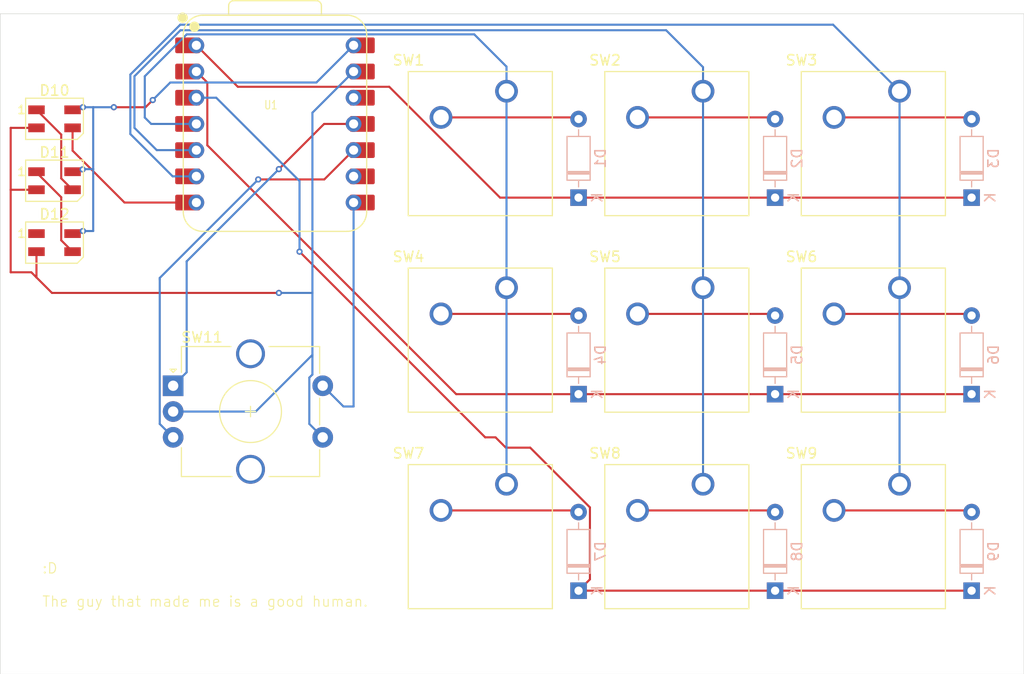
<source format=kicad_pcb>
(kicad_pcb (version 20241229) (generator "pcbnew") (generator_version "9.0")
  (layers (0 "F.Cu" signal) (2 "B.Cu" signal) (13 "F.Paste" user) (15 "B.Paste" user) (5 "F.SilkS" user "F.Silkscreen") (7 "B.SilkS" user "B.Silkscreen") (1 "F.Mask" user) (3 "B.Mask" user) (25 "Edge.Cuts" user))
  (net 0 "")
  (net 1 "Row1")
  (net 2 "Net-(D1-A)")
  (net 3 "Net-(D2-A)")
  (net 4 "Net-(D3-A)")
  (net 5 "Row2")
  (net 6 "Net-(D4-A)")
  (net 7 "Net-(D5-A)")
  (net 8 "Net-(D6-A)")
  (net 9 "Net-(D7-A)")
  (net 10 "Row3")
  (net 11 "Net-(D8-A)")
  (net 12 "Net-(D9-A)")
  (net 13 "Net-(D10-DIN)")
  (net 14 "Net-(D10-DOUT)")
  (net 15 "Col1")
  (net 16 "Col2")
  (net 17 "Col3")
  (net 18 "Net-(U1-GPIO3{slash}MOSI)")
  (net 20 "GND")
  (net 21 "Net-(U1-GPIO4{slash}MISO)")
  (net 22 "Net-(U1-GPIO1{slash}RX)")
  (net 23 "+5V")
  (net 25 "Net-(D11-DOUT)")
  (footprint "3dModels:LED_SK6812MINI_PLCC4_3.5x3.5mm_P1.75mm" (layer "F.Cu") (at 58.475 79.45)
    (property "Reference" "D12" (at 0 -2.75 0) (layer "F.SilkS"))
    (property "Value" "SK6812MINI")
    (fp_line (start -2.8 -2) (end -2.8 2) (stroke (width 0.12)) (layer "F.SilkS"))
    (fp_line (start -2.8 -2) (end 2.8 -2) (stroke (width 0.12)) (layer "F.SilkS"))
    (fp_line (start -2.8 2) (end 2.2 2) (stroke (width 0.12)) (layer "F.SilkS"))
    (fp_line (start 2.8 1.4) (end 2.2 2) (stroke (width 0.12)) (layer "F.SilkS"))
    (fp_line (start 2.8 1.4) (end 2.8 -2) (stroke (width 0.12)) (layer "F.SilkS"))
    (fp_text user "1" (at -3.2 -0.875 0) (layer "F.SilkS") (effects (font (size 0.8 0.8))))
    (pad "1" smd rect (at -1.75 -0.875) (size 1.6 0.85) (layers "F.Cu" "F.Mask" "F.Paste"))
    (pad "2" smd rect (at -1.75 0.875) (size 1.6 0.85) (layers "F.Cu" "F.Mask" "F.Paste") (net 20 "GND"))
    (pad "3" smd rect (at 1.75 0.875) (size 1.6 0.85) (layers "F.Cu" "F.Mask" "F.Paste") (net 25 "Net-(D11-DOUT)"))
    (pad "4" smd rect (at 1.75 -0.875) (size 1.6 0.85) (layers "F.Cu" "F.Mask" "F.Paste") (net 23 "+5V"))
  )
  (footprint "3dModels:SW_Cherry_MX_1.00u_PCB" (layer "F.Cu") (at 140.39 64.77)
    (property "Reference" "SW3" (at -9.5 -3 0) (layer "F.SilkS"))
    (property "Value" "SW_Push_45deg")
    (fp_line (start -9.525 -1.905) (end 4.445 -1.905) (stroke (width 0.12)) (layer "F.SilkS"))
    (fp_line (start -9.525 12.065) (end -9.525 -1.905) (stroke (width 0.12)) (layer "F.SilkS"))
    (fp_line (start 4.445 -1.905) (end 4.445 12.065) (stroke (width 0.12)) (layer "F.SilkS"))
    (fp_line (start 4.445 12.065) (end -9.525 12.065) (stroke (width 0.12)) (layer "F.SilkS"))
    (pad "" np_thru_hole circle (at -7.62 5.08) (size 1.7 1.7) (drill 1.7) (layers "*.Cu" "*.Mask"))
    (pad "" np_thru_hole circle (at -2.54 5.08) (size 4 4) (drill 4) (layers "*.Cu" "*.Mask"))
    (pad "" np_thru_hole circle (at 2.54 5.08) (size 1.7 1.7) (drill 1.7) (layers "*.Cu" "*.Mask"))
    (pad "1" thru_hole circle (at 0 0) (size 2.2 2.2) (drill 1.5) (layers "*.Cu" "*.Mask") (net 17 "Col3"))
    (pad "2" thru_hole circle (at -6.35 2.54) (size 2.2 2.2) (drill 1.5) (layers "*.Cu" "*.Mask") (net 4 "Net-(D3-A)"))
  )
  (footprint "3dModels:SW_Cherry_MX_1.00u_PCB" (layer "F.Cu") (at 140.39 83.82)
    (property "Reference" "SW6" (at -9.5 -3 0) (layer "F.SilkS"))
    (property "Value" "SW_Push_45deg")
    (fp_line (start -9.525 -1.905) (end 4.445 -1.905) (stroke (width 0.12)) (layer "F.SilkS"))
    (fp_line (start -9.525 12.065) (end -9.525 -1.905) (stroke (width 0.12)) (layer "F.SilkS"))
    (fp_line (start 4.445 -1.905) (end 4.445 12.065) (stroke (width 0.12)) (layer "F.SilkS"))
    (fp_line (start 4.445 12.065) (end -9.525 12.065) (stroke (width 0.12)) (layer "F.SilkS"))
    (pad "" np_thru_hole circle (at -7.62 5.08) (size 1.7 1.7) (drill 1.7) (layers "*.Cu" "*.Mask"))
    (pad "" np_thru_hole circle (at -2.54 5.08) (size 4 4) (drill 4) (layers "*.Cu" "*.Mask"))
    (pad "" np_thru_hole circle (at 2.54 5.08) (size 1.7 1.7) (drill 1.7) (layers "*.Cu" "*.Mask"))
    (pad "1" thru_hole circle (at 0 0) (size 2.2 2.2) (drill 1.5) (layers "*.Cu" "*.Mask") (net 17 "Col3"))
    (pad "2" thru_hole circle (at -6.35 2.54) (size 2.2 2.2) (drill 1.5) (layers "*.Cu" "*.Mask") (net 8 "Net-(D6-A)"))
  )
  (footprint "3dModels:SW_Cherry_MX_1.00u_PCB" (layer "F.Cu") (at 102.29 64.77)
    (property "Reference" "SW1" (at -9.5 -3 0) (layer "F.SilkS"))
    (property "Value" "SW_Push_45deg")
    (fp_line (start -9.525 -1.905) (end 4.445 -1.905) (stroke (width 0.12)) (layer "F.SilkS"))
    (fp_line (start -9.525 12.065) (end -9.525 -1.905) (stroke (width 0.12)) (layer "F.SilkS"))
    (fp_line (start 4.445 -1.905) (end 4.445 12.065) (stroke (width 0.12)) (layer "F.SilkS"))
    (fp_line (start 4.445 12.065) (end -9.525 12.065) (stroke (width 0.12)) (layer "F.SilkS"))
    (pad "" np_thru_hole circle (at -7.62 5.08) (size 1.7 1.7) (drill 1.7) (layers "*.Cu" "*.Mask"))
    (pad "" np_thru_hole circle (at -2.54 5.08) (size 4 4) (drill 4) (layers "*.Cu" "*.Mask"))
    (pad "" np_thru_hole circle (at 2.54 5.08) (size 1.7 1.7) (drill 1.7) (layers "*.Cu" "*.Mask"))
    (pad "1" thru_hole circle (at 0 0) (size 2.2 2.2) (drill 1.5) (layers "*.Cu" "*.Mask") (net 15 "Col1"))
    (pad "2" thru_hole circle (at -6.35 2.54) (size 2.2 2.2) (drill 1.5) (layers "*.Cu" "*.Mask") (net 2 "Net-(D1-A)"))
  )
  (footprint "3dModels:SW_Cherry_MX_1.00u_PCB" (layer "F.Cu") (at 102.29 83.82)
    (property "Reference" "SW4" (at -9.5 -3 0) (layer "F.SilkS"))
    (property "Value" "SW_Push_45deg")
    (fp_line (start -9.525 -1.905) (end 4.445 -1.905) (stroke (width 0.12)) (layer "F.SilkS"))
    (fp_line (start -9.525 12.065) (end -9.525 -1.905) (stroke (width 0.12)) (layer "F.SilkS"))
    (fp_line (start 4.445 -1.905) (end 4.445 12.065) (stroke (width 0.12)) (layer "F.SilkS"))
    (fp_line (start 4.445 12.065) (end -9.525 12.065) (stroke (width 0.12)) (layer "F.SilkS"))
    (pad "" np_thru_hole circle (at -7.62 5.08) (size 1.7 1.7) (drill 1.7) (layers "*.Cu" "*.Mask"))
    (pad "" np_thru_hole circle (at -2.54 5.08) (size 4 4) (drill 4) (layers "*.Cu" "*.Mask"))
    (pad "" np_thru_hole circle (at 2.54 5.08) (size 1.7 1.7) (drill 1.7) (layers "*.Cu" "*.Mask"))
    (pad "1" thru_hole circle (at 0 0) (size 2.2 2.2) (drill 1.5) (layers "*.Cu" "*.Mask") (net 15 "Col1"))
    (pad "2" thru_hole circle (at -6.35 2.54) (size 2.2 2.2) (drill 1.5) (layers "*.Cu" "*.Mask") (net 6 "Net-(D4-A)"))
  )
  (footprint "3dModels:SW_Cherry_MX_1.00u_PCB" (layer "F.Cu") (at 121.34 83.82)
    (property "Reference" "SW5" (at -9.5 -3 0) (layer "F.SilkS"))
    (property "Value" "SW_Push_45deg")
    (fp_line (start -9.525 -1.905) (end 4.445 -1.905) (stroke (width 0.12)) (layer "F.SilkS"))
    (fp_line (start -9.525 12.065) (end -9.525 -1.905) (stroke (width 0.12)) (layer "F.SilkS"))
    (fp_line (start 4.445 -1.905) (end 4.445 12.065) (stroke (width 0.12)) (layer "F.SilkS"))
    (fp_line (start 4.445 12.065) (end -9.525 12.065) (stroke (width 0.12)) (layer "F.SilkS"))
    (pad "" np_thru_hole circle (at -7.62 5.08) (size 1.7 1.7) (drill 1.7) (layers "*.Cu" "*.Mask"))
    (pad "" np_thru_hole circle (at -2.54 5.08) (size 4 4) (drill 4) (layers "*.Cu" "*.Mask"))
    (pad "" np_thru_hole circle (at 2.54 5.08) (size 1.7 1.7) (drill 1.7) (layers "*.Cu" "*.Mask"))
    (pad "1" thru_hole circle (at 0 0) (size 2.2 2.2) (drill 1.5) (layers "*.Cu" "*.Mask") (net 16 "Col2"))
    (pad "2" thru_hole circle (at -6.35 2.54) (size 2.2 2.2) (drill 1.5) (layers "*.Cu" "*.Mask") (net 7 "Net-(D5-A)"))
  )
  (footprint "3dModels:SW_Cherry_MX_1.00u_PCB" (layer "F.Cu") (at 121.34 64.77)
    (property "Reference" "SW2" (at -9.5 -3 0) (layer "F.SilkS"))
    (property "Value" "SW_Push_45deg")
    (fp_line (start -9.525 -1.905) (end 4.445 -1.905) (stroke (width 0.12)) (layer "F.SilkS"))
    (fp_line (start -9.525 12.065) (end -9.525 -1.905) (stroke (width 0.12)) (layer "F.SilkS"))
    (fp_line (start 4.445 -1.905) (end 4.445 12.065) (stroke (width 0.12)) (layer "F.SilkS"))
    (fp_line (start 4.445 12.065) (end -9.525 12.065) (stroke (width 0.12)) (layer "F.SilkS"))
    (pad "" np_thru_hole circle (at -7.62 5.08) (size 1.7 1.7) (drill 1.7) (layers "*.Cu" "*.Mask"))
    (pad "" np_thru_hole circle (at -2.54 5.08) (size 4 4) (drill 4) (layers "*.Cu" "*.Mask"))
    (pad "" np_thru_hole circle (at 2.54 5.08) (size 1.7 1.7) (drill 1.7) (layers "*.Cu" "*.Mask"))
    (pad "1" thru_hole circle (at 0 0) (size 2.2 2.2) (drill 1.5) (layers "*.Cu" "*.Mask") (net 16 "Col2"))
    (pad "2" thru_hole circle (at -6.35 2.54) (size 2.2 2.2) (drill 1.5) (layers "*.Cu" "*.Mask") (net 3 "Net-(D2-A)"))
  )
  (footprint "3dModels:RotaryEncoder_Alps_EC12E-Switch_Vertical_H20mm_CircularMountingHoles" (layer "F.Cu") (at 69.975 93.325)
    (property "Reference" "SW11" (at 2.8 -4.7 0) (layer "F.SilkS"))
    (property "Value" "RotaryEncoder_Switch")
    (fp_line (start -0.3 -1.6) (end 0.3 -1.6) (stroke (width 0.12)) (layer "F.SilkS"))
    (fp_line (start 0 -1.3) (end -0.3 -1.6) (stroke (width 0.12)) (layer "F.SilkS"))
    (fp_line (start 0.3 -1.6) (end 0 -1.3) (stroke (width 0.12)) (layer "F.SilkS"))
    (fp_line (start 0.8 -3.8) (end 0.8 -1.3) (stroke (width 0.12)) (layer "F.SilkS"))
    (fp_line (start 0.8 8.8) (end 0.8 6) (stroke (width 0.12)) (layer "F.SilkS"))
    (fp_line (start 5.6 -3.8) (end 0.8 -3.8) (stroke (width 0.12)) (layer "F.SilkS"))
    (fp_line (start 5.7 8.8) (end 0.8 8.8) (stroke (width 0.12)) (layer "F.SilkS"))
    (fp_line (start 7 2.5) (end 8 2.5) (stroke (width 0.12)) (layer "F.SilkS"))
    (fp_line (start 7.5 2) (end 7.5 3) (stroke (width 0.12)) (layer "F.SilkS"))
    (fp_line (start 9.3 -3.8) (end 14.2 -3.8) (stroke (width 0.12)) (layer "F.SilkS"))
    (fp_line (start 14.2 -3.8) (end 14.2 -1.2) (stroke (width 0.12)) (layer "F.SilkS"))
    (fp_line (start 14.2 1.2) (end 14.2 3.8) (stroke (width 0.12)) (layer "F.SilkS"))
    (fp_line (start 14.2 6.2) (end 14.2 8.8) (stroke (width 0.12)) (layer "F.SilkS"))
    (fp_line (start 14.2 8.8) (end 9.3 8.8) (stroke (width 0.12)) (layer "F.SilkS"))
    (fp_circle (center 7.5 2.5) (end 10.5 2.5) (stroke (width 0.12)) (fill no) (layer "F.SilkS"))
    (pad "A" thru_hole rect (at 0 0) (size 2 2) (drill 1) (layers "*.Cu" "*.Mask") (net 18 "Net-(U1-GPIO3{slash}MOSI)"))
    (pad "B" thru_hole circle (at 0 5) (size 2 2) (drill 1) (layers "*.Cu" "*.Mask") (net 21 "Net-(U1-GPIO4{slash}MISO)"))
    (pad "C" thru_hole circle (at 0 2.5) (size 2 2) (drill 1) (layers "*.Cu" "*.Mask") (net 20 "GND"))
    (pad "MP" thru_hole circle (at 7.5 -3.1) (size 2.8 2.8) (drill 2.2) (layers "*.Cu" "*.Mask"))
    (pad "MP" thru_hole circle (at 7.5 8.1) (size 2.8 2.8) (drill 2.2) (layers "*.Cu" "*.Mask"))
    (pad "S1" thru_hole circle (at 14.5 0) (size 2 2) (drill 1) (layers "*.Cu" "*.Mask") (net 22 "Net-(U1-GPIO1{slash}RX)"))
    (pad "S2" thru_hole circle (at 14.5 5) (size 2 2) (drill 1) (layers "*.Cu" "*.Mask") (net 20 "GND"))
  )
  (footprint "3dModels:SW_Cherry_MX_1.00u_PCB" (layer "F.Cu") (at 140.39 102.87)
    (property "Reference" "SW9" (at -9.5 -3 0) (layer "F.SilkS"))
    (property "Value" "SW_Push_45deg")
    (fp_line (start -9.525 -1.905) (end 4.445 -1.905) (stroke (width 0.12)) (layer "F.SilkS"))
    (fp_line (start -9.525 12.065) (end -9.525 -1.905) (stroke (width 0.12)) (layer "F.SilkS"))
    (fp_line (start 4.445 -1.905) (end 4.445 12.065) (stroke (width 0.12)) (layer "F.SilkS"))
    (fp_line (start 4.445 12.065) (end -9.525 12.065) (stroke (width 0.12)) (layer "F.SilkS"))
    (pad "" np_thru_hole circle (at -7.62 5.08) (size 1.7 1.7) (drill 1.7) (layers "*.Cu" "*.Mask"))
    (pad "" np_thru_hole circle (at -2.54 5.08) (size 4 4) (drill 4) (layers "*.Cu" "*.Mask"))
    (pad "" np_thru_hole circle (at 2.54 5.08) (size 1.7 1.7) (drill 1.7) (layers "*.Cu" "*.Mask"))
    (pad "1" thru_hole circle (at 0 0) (size 2.2 2.2) (drill 1.5) (layers "*.Cu" "*.Mask") (net 17 "Col3"))
    (pad "2" thru_hole circle (at -6.35 2.54) (size 2.2 2.2) (drill 1.5) (layers "*.Cu" "*.Mask") (net 12 "Net-(D9-A)"))
  )
  (footprint "3dModels:SW_Cherry_MX_1.00u_PCB" (layer "F.Cu") (at 102.29 102.87)
    (property "Reference" "SW7" (at -9.5 -3 0) (layer "F.SilkS"))
    (property "Value" "SW_Push_45deg")
    (fp_line (start -9.525 -1.905) (end 4.445 -1.905) (stroke (width 0.12)) (layer "F.SilkS"))
    (fp_line (start -9.525 12.065) (end -9.525 -1.905) (stroke (width 0.12)) (layer "F.SilkS"))
    (fp_line (start 4.445 -1.905) (end 4.445 12.065) (stroke (width 0.12)) (layer "F.SilkS"))
    (fp_line (start 4.445 12.065) (end -9.525 12.065) (stroke (width 0.12)) (layer "F.SilkS"))
    (pad "" np_thru_hole circle (at -7.62 5.08) (size 1.7 1.7) (drill 1.7) (layers "*.Cu" "*.Mask"))
    (pad "" np_thru_hole circle (at -2.54 5.08) (size 4 4) (drill 4) (layers "*.Cu" "*.Mask"))
    (pad "" np_thru_hole circle (at 2.54 5.08) (size 1.7 1.7) (drill 1.7) (layers "*.Cu" "*.Mask"))
    (pad "1" thru_hole circle (at 0 0) (size 2.2 2.2) (drill 1.5) (layers "*.Cu" "*.Mask") (net 15 "Col1"))
    (pad "2" thru_hole circle (at -6.35 2.54) (size 2.2 2.2) (drill 1.5) (layers "*.Cu" "*.Mask") (net 9 "Net-(D7-A)"))
  )
  (footprint "3dModels:LED_SK6812MINI_PLCC4_3.5x3.5mm_P1.75mm" (layer "F.Cu") (at 58.475 73.45)
    (property "Reference" "D11" (at 0 -2.75 0) (layer "F.SilkS"))
    (property "Value" "SK6812MINI")
    (fp_line (start -2.8 -2) (end -2.8 2) (stroke (width 0.12)) (layer "F.SilkS"))
    (fp_line (start -2.8 -2) (end 2.8 -2) (stroke (width 0.12)) (layer "F.SilkS"))
    (fp_line (start -2.8 2) (end 2.2 2) (stroke (width 0.12)) (layer "F.SilkS"))
    (fp_line (start 2.8 1.4) (end 2.2 2) (stroke (width 0.12)) (layer "F.SilkS"))
    (fp_line (start 2.8 1.4) (end 2.8 -2) (stroke (width 0.12)) (layer "F.SilkS"))
    (fp_text user "1" (at -3.2 -0.875 0) (layer "F.SilkS") (effects (font (size 0.8 0.8))))
    (pad "1" smd rect (at -1.75 -0.875) (size 1.6 0.85) (layers "F.Cu" "F.Mask" "F.Paste") (net 25 "Net-(D11-DOUT)"))
    (pad "2" smd rect (at -1.75 0.875) (size 1.6 0.85) (layers "F.Cu" "F.Mask" "F.Paste") (net 20 "GND"))
    (pad "3" smd rect (at 1.75 0.875) (size 1.6 0.85) (layers "F.Cu" "F.Mask" "F.Paste") (net 14 "Net-(D10-DOUT)"))
    (pad "4" smd rect (at 1.75 -0.875) (size 1.6 0.85) (layers "F.Cu" "F.Mask" "F.Paste") (net 23 "+5V"))
  )
  (footprint "3dModels:SW_Cherry_MX_1.00u_PCB" (layer "F.Cu") (at 121.34 102.87)
    (property "Reference" "SW8" (at -9.5 -3 0) (layer "F.SilkS"))
    (property "Value" "SW_Push_45deg")
    (fp_line (start -9.525 -1.905) (end 4.445 -1.905) (stroke (width 0.12)) (layer "F.SilkS"))
    (fp_line (start -9.525 12.065) (end -9.525 -1.905) (stroke (width 0.12)) (layer "F.SilkS"))
    (fp_line (start 4.445 -1.905) (end 4.445 12.065) (stroke (width 0.12)) (layer "F.SilkS"))
    (fp_line (start 4.445 12.065) (end -9.525 12.065) (stroke (width 0.12)) (layer "F.SilkS"))
    (pad "" np_thru_hole circle (at -7.62 5.08) (size 1.7 1.7) (drill 1.7) (layers "*.Cu" "*.Mask"))
    (pad "" np_thru_hole circle (at -2.54 5.08) (size 4 4) (drill 4) (layers "*.Cu" "*.Mask"))
    (pad "" np_thru_hole circle (at 2.54 5.08) (size 1.7 1.7) (drill 1.7) (layers "*.Cu" "*.Mask"))
    (pad "1" thru_hole circle (at 0 0) (size 2.2 2.2) (drill 1.5) (layers "*.Cu" "*.Mask") (net 16 "Col2"))
    (pad "2" thru_hole circle (at -6.35 2.54) (size 2.2 2.2) (drill 1.5) (layers "*.Cu" "*.Mask") (net 11 "Net-(D8-A)"))
  )
  (footprint "3dModels:LED_SK6812MINI_PLCC4_3.5x3.5mm_P1.75mm" (layer "F.Cu") (at 58.475 67.45)
    (property "Reference" "D10" (at 0 -2.75 0) (layer "F.SilkS"))
    (property "Value" "SK6812MINI")
    (fp_line (start -2.8 -2) (end -2.8 2) (stroke (width 0.12)) (layer "F.SilkS"))
    (fp_line (start -2.8 -2) (end 2.8 -2) (stroke (width 0.12)) (layer "F.SilkS"))
    (fp_line (start -2.8 2) (end 2.2 2) (stroke (width 0.12)) (layer "F.SilkS"))
    (fp_line (start 2.8 1.4) (end 2.2 2) (stroke (width 0.12)) (layer "F.SilkS"))
    (fp_line (start 2.8 1.4) (end 2.8 -2) (stroke (width 0.12)) (layer "F.SilkS"))
    (fp_text user "1" (at -3.2 -0.875 0) (layer "F.SilkS") (effects (font (size 0.8 0.8))))
    (pad "1" smd rect (at -1.75 -0.875) (size 1.6 0.85) (layers "F.Cu" "F.Mask" "F.Paste") (net 14 "Net-(D10-DOUT)"))
    (pad "2" smd rect (at -1.75 0.875) (size 1.6 0.85) (layers "F.Cu" "F.Mask" "F.Paste") (net 20 "GND"))
    (pad "3" smd rect (at 1.75 0.875) (size 1.6 0.85) (layers "F.Cu" "F.Mask" "F.Paste") (net 13 "Net-(D10-DIN)"))
    (pad "4" smd rect (at 1.75 -0.875) (size 1.6 0.85) (layers "F.Cu" "F.Mask" "F.Paste") (net 23 "+5V"))
  )
  (footprint "3dModels:XIAO-RP2040-DIP" (layer "F.Cu") (at 79.845 67.945)
    (property "Reference" "U1" (at -0.4 -1.83 0) (layer "F.SilkS") (effects (font (size 0.82 0.635) (thickness 0.1016))))
    (property "Value" "XIAO-RP2040-DIP")
    (fp_line (start -8.89 8.509) (end -8.89 -8.636) (stroke (width 0.127)) (layer "F.SilkS"))
    (fp_line (start -6.985 10.414) (end 6.985 10.414) (stroke (width 0.127)) (layer "F.SilkS"))
    (fp_line (start -4.495 -10.541) (end -4.491272 -11.451272) (stroke (width 0.127)) (layer "F.SilkS"))
    (fp_line (start -3.991272 -11.951) (end 4.004 -11.951) (stroke (width 0.127)) (layer "F.SilkS"))
    (fp_line (start 4.504 -11.451) (end 4.504 -10.541) (stroke (width 0.127)) (layer "F.SilkS"))
    (fp_line (start 6.985 -10.541) (end -6.985 -10.541) (stroke (width 0.1)) (layer "F.SilkS"))
    (fp_line (start 6.985 -10.541) (end -6.985 -10.541) (stroke (width 0.127)) (layer "F.SilkS"))
    (fp_line (start 8.89 8.509) (end 8.89 -8.636) (stroke (width 0.127)) (layer "F.SilkS"))
    (fp_arc (start -8.89 -8.636) (mid -8.332038 -9.983038) (end -6.985 -10.541) (stroke (width 0.127)) (layer "F.SilkS"))
    (fp_arc (start -6.985 10.414) (mid -8.332038 9.856038) (end -8.89 8.509) (stroke (width 0.127)) (layer "F.SilkS"))
    (fp_arc (start -4.491272 -11.451272) (mid -4.344724 -11.804644) (end -3.991272 -11.951) (stroke (width 0.127)) (layer "F.SilkS"))
    (fp_arc (start 4.004 -11.951) (mid 4.357553 -11.804553) (end 4.504 -11.451) (stroke (width 0.127)) (layer "F.SilkS"))
    (fp_arc (start 6.985 -10.541) (mid 8.332038 -9.983038) (end 8.89 -8.636) (stroke (width 0.127)) (layer "F.SilkS"))
    (fp_arc (start 8.89 8.509) (mid 8.332038 9.856038) (end 6.985 10.414) (stroke (width 0.127)) (layer "F.SilkS"))
    (fp_circle (center -8.95 -10.3) (end -8.95 -10.554) (stroke (width 0.5)) (fill yes) (layer "F.SilkS"))
    (fp_circle (center -7.807 -9.42) (end -7.807 -9.674) (stroke (width 0.5)) (fill yes) (layer "F.SilkS"))
    (pad "1" smd roundrect (at -8.455 -7.62 180) (size 2.432 1.524) (layers "F.Cu" "F.Mask") (roundrect_rratio 0.1) (net 1 "Row1"))
    (pad "1" thru_hole circle (at -7.62 -7.62 180) (size 1.524 1.524) (drill 0.889) (layers "*.Cu" "*.Mask") (net 1 "Row1"))
    (pad "2" smd roundrect (at -8.455 -5.08 180) (size 2.432 1.524) (layers "F.Cu" "F.Mask") (roundrect_rratio 0.1) (net 5 "Row2"))
    (pad "2" thru_hole circle (at -7.62 -5.08 180) (size 1.524 1.524) (drill 0.889) (layers "*.Cu" "*.Mask") (net 5 "Row2"))
    (pad "3" smd roundrect (at -8.455 -2.54 180) (size 2.432 1.524) (layers "F.Cu" "F.Mask") (roundrect_rratio 0.1) (net 10 "Row3"))
    (pad "3" thru_hole circle (at -7.62 -2.54 180) (size 1.524 1.524) (drill 0.889) (layers "*.Cu" "*.Mask") (net 10 "Row3"))
    (pad "4" smd roundrect (at -8.455 0 180) (size 2.432 1.524) (layers "F.Cu" "F.Mask") (roundrect_rratio 0.1) (net 15 "Col1"))
    (pad "4" thru_hole circle (at -7.62 0 180) (size 1.524 1.524) (drill 0.889) (layers "*.Cu" "*.Mask") (net 15 "Col1"))
    (pad "5" smd roundrect (at -8.455 2.54 180) (size 2.432 1.524) (layers "F.Cu" "F.Mask") (roundrect_rratio 0.1) (net 16 "Col2"))
    (pad "5" thru_hole circle (at -7.62 2.54 180) (size 1.524 1.524) (drill 0.889) (layers "*.Cu" "*.Mask") (net 16 "Col2"))
    (pad "6" smd roundrect (at -8.455 5.08 180) (size 2.432 1.524) (layers "F.Cu" "F.Mask") (roundrect_rratio 0.1) (net 17 "Col3"))
    (pad "6" thru_hole circle (at -7.62 5.08 180) (size 1.524 1.524) (drill 0.889) (layers "*.Cu" "*.Mask") (net 17 "Col3"))
    (pad "7" smd roundrect (at -8.455 7.62 180) (size 2.432 1.524) (layers "F.Cu" "F.Mask") (roundrect_rratio 0.1) (net 13 "Net-(D10-DIN)"))
    (pad "7" thru_hole circle (at -7.62 7.62 180) (size 1.524 1.524) (drill 0.889) (layers "*.Cu" "*.Mask") (net 13 "Net-(D10-DIN)"))
    (pad "8" thru_hole circle (at 7.62 7.62) (size 1.524 1.524) (drill 0.889) (layers "*.Cu" "*.Mask") (net 22 "Net-(U1-GPIO1{slash}RX)"))
    (pad "8" smd roundrect (at 8.455 7.62) (size 2.432 1.524) (layers "F.Cu" "F.Mask") (roundrect_rratio 0.1) (net 22 "Net-(U1-GPIO1{slash}RX)"))
    (pad "9" thru_hole circle (at 7.62 5.08) (size 1.524 1.524) (drill 0.889) (layers "*.Cu" "*.Mask"))
    (pad "9" smd roundrect (at 8.455 5.08) (size 2.432 1.524) (layers "F.Cu" "F.Mask") (roundrect_rratio 0.1))
    (pad "10" thru_hole circle (at 7.62 2.54) (size 1.524 1.524) (drill 0.889) (layers "*.Cu" "*.Mask") (net 21 "Net-(U1-GPIO4{slash}MISO)"))
    (pad "10" smd roundrect (at 8.455 2.54) (size 2.432 1.524) (layers "F.Cu" "F.Mask") (roundrect_rratio 0.1) (net 21 "Net-(U1-GPIO4{slash}MISO)"))
    (pad "11" thru_hole circle (at 7.62 0) (size 1.524 1.524) (drill 0.889) (layers "*.Cu" "*.Mask") (net 18 "Net-(U1-GPIO3{slash}MOSI)"))
    (pad "11" smd roundrect (at 8.455 0) (size 2.432 1.524) (layers "F.Cu" "F.Mask") (roundrect_rratio 0.1) (net 18 "Net-(U1-GPIO3{slash}MOSI)"))
    (pad "12" thru_hole circle (at 7.62 -2.54) (size 1.524 1.524) (drill 0.889) (layers "*.Cu" "*.Mask"))
    (pad "12" smd roundrect (at 8.455 -2.54) (size 2.432 1.524) (layers "F.Cu" "F.Mask") (roundrect_rratio 0.1))
    (pad "13" thru_hole circle (at 7.62 -5.08) (size 1.524 1.524) (drill 0.889) (layers "*.Cu" "*.Mask") (net 20 "GND"))
    (pad "13" smd roundrect (at 8.455 -5.08) (size 2.432 1.524) (layers "F.Cu" "F.Mask") (roundrect_rratio 0.1) (net 20 "GND"))
    (pad "14" thru_hole circle (at 7.62 -7.62) (size 1.524 1.524) (drill 0.889) (layers "*.Cu" "*.Mask") (net 23 "+5V"))
    (pad "14" smd roundrect (at 8.455 -7.62) (size 2.432 1.524) (layers "F.Cu" "F.Mask") (roundrect_rratio 0.1) (net 23 "+5V"))
  )
  (footprint "Diode_THT:D_DO-35_SOD27_P7.62mm_Horizontal" (layer "B.Cu") (at 128.325 113.18875 90)
    (property "Reference" "D8" (at 3.81 2.12 270) (layer "B.SilkS") (effects (justify mirror)))
    (property "Value" "Diode")
    (fp_line (start 5.93 -1.12) (end 1.69 -1.12) (stroke (width 0.12)) (layer "B.SilkS"))
    (fp_line (start 2.53 -1.12) (end 2.53 1.12) (stroke (width 0.12)) (layer "B.SilkS"))
    (fp_line (start 2.41 -1.12) (end 2.41 1.12) (stroke (width 0.12)) (layer "B.SilkS"))
    (fp_line (start 2.29 -1.12) (end 2.29 1.12) (stroke (width 0.12)) (layer "B.SilkS"))
    (fp_line (start 1.69 -1.12) (end 1.69 1.12) (stroke (width 0.12)) (layer "B.SilkS"))
    (fp_line (start 5.93 0) (end 6.58 0) (stroke (width 0.12)) (layer "B.SilkS"))
    (fp_line (start 1.69 0) (end 1.04 0) (stroke (width 0.12)) (layer "B.SilkS"))
    (fp_line (start 5.93 1.12) (end 5.93 -1.12) (stroke (width 0.12)) (layer "B.SilkS"))
    (fp_line (start 1.69 1.12) (end 5.93 1.12) (stroke (width 0.12)) (layer "B.SilkS"))
    (fp_text user "K" (at 0 1.8 270) (layer "B.SilkS") (effects (justify mirror)))
    (pad "1" thru_hole rect (at 0 0 90) (size 1.6 1.6) (drill 0.8) (layers "*.Cu" "*.Mask") (net 10 "Row3"))
    (pad "2" thru_hole oval (at 7.62 0 90) (size 1.6 1.6) (drill 0.8) (layers "*.Cu" "*.Mask") (net 11 "Net-(D8-A)"))
  )
  (footprint "Diode_THT:D_DO-35_SOD27_P7.62mm_Horizontal" (layer "B.Cu") (at 109.275 113.18875 90)
    (property "Reference" "D7" (at 3.81 2.12 270) (layer "B.SilkS") (effects (justify mirror)))
    (property "Value" "Diode")
    (fp_line (start 5.93 -1.12) (end 1.69 -1.12) (stroke (width 0.12)) (layer "B.SilkS"))
    (fp_line (start 2.53 -1.12) (end 2.53 1.12) (stroke (width 0.12)) (layer "B.SilkS"))
    (fp_line (start 2.41 -1.12) (end 2.41 1.12) (stroke (width 0.12)) (layer "B.SilkS"))
    (fp_line (start 2.29 -1.12) (end 2.29 1.12) (stroke (width 0.12)) (layer "B.SilkS"))
    (fp_line (start 1.69 -1.12) (end 1.69 1.12) (stroke (width 0.12)) (layer "B.SilkS"))
    (fp_line (start 5.93 0) (end 6.58 0) (stroke (width 0.12)) (layer "B.SilkS"))
    (fp_line (start 1.69 0) (end 1.04 0) (stroke (width 0.12)) (layer "B.SilkS"))
    (fp_line (start 5.93 1.12) (end 5.93 -1.12) (stroke (width 0.12)) (layer "B.SilkS"))
    (fp_line (start 1.69 1.12) (end 5.93 1.12) (stroke (width 0.12)) (layer "B.SilkS"))
    (fp_text user "K" (at 0 1.8 270) (layer "B.SilkS") (effects (justify mirror)))
    (pad "1" thru_hole rect (at 0 0 90) (size 1.6 1.6) (drill 0.8) (layers "*.Cu" "*.Mask") (net 10 "Row3"))
    (pad "2" thru_hole oval (at 7.62 0 90) (size 1.6 1.6) (drill 0.8) (layers "*.Cu" "*.Mask") (net 9 "Net-(D7-A)"))
  )
  (footprint "Diode_THT:D_DO-35_SOD27_P7.62mm_Horizontal" (layer "B.Cu") (at 147.375 75.08875 90)
    (property "Reference" "D3" (at 3.81 2.12 270) (layer "B.SilkS") (effects (justify mirror)))
    (property "Value" "Diode")
    (fp_line (start 5.93 -1.12) (end 1.69 -1.12) (stroke (width 0.12)) (layer "B.SilkS"))
    (fp_line (start 2.53 -1.12) (end 2.53 1.12) (stroke (width 0.12)) (layer "B.SilkS"))
    (fp_line (start 2.41 -1.12) (end 2.41 1.12) (stroke (width 0.12)) (layer "B.SilkS"))
    (fp_line (start 2.29 -1.12) (end 2.29 1.12) (stroke (width 0.12)) (layer "B.SilkS"))
    (fp_line (start 1.69 -1.12) (end 1.69 1.12) (stroke (width 0.12)) (layer "B.SilkS"))
    (fp_line (start 5.93 0) (end 6.58 0) (stroke (width 0.12)) (layer "B.SilkS"))
    (fp_line (start 1.69 0) (end 1.04 0) (stroke (width 0.12)) (layer "B.SilkS"))
    (fp_line (start 5.93 1.12) (end 5.93 -1.12) (stroke (width 0.12)) (layer "B.SilkS"))
    (fp_line (start 1.69 1.12) (end 5.93 1.12) (stroke (width 0.12)) (layer "B.SilkS"))
    (fp_text user "K" (at 0 1.8 270) (layer "B.SilkS") (effects (justify mirror)))
    (pad "1" thru_hole rect (at 0 0 90) (size 1.6 1.6) (drill 0.8) (layers "*.Cu" "*.Mask") (net 1 "Row1"))
    (pad "2" thru_hole oval (at 7.62 0 90) (size 1.6 1.6) (drill 0.8) (layers "*.Cu" "*.Mask") (net 4 "Net-(D3-A)"))
  )
  (footprint "Diode_THT:D_DO-35_SOD27_P7.62mm_Horizontal" (layer "B.Cu") (at 147.375 113.18875 90)
    (property "Reference" "D9" (at 3.81 2.12 270) (layer "B.SilkS") (effects (justify mirror)))
    (property "Value" "Diode")
    (fp_line (start 5.93 -1.12) (end 1.69 -1.12) (stroke (width 0.12)) (layer "B.SilkS"))
    (fp_line (start 2.53 -1.12) (end 2.53 1.12) (stroke (width 0.12)) (layer "B.SilkS"))
    (fp_line (start 2.41 -1.12) (end 2.41 1.12) (stroke (width 0.12)) (layer "B.SilkS"))
    (fp_line (start 2.29 -1.12) (end 2.29 1.12) (stroke (width 0.12)) (layer "B.SilkS"))
    (fp_line (start 1.69 -1.12) (end 1.69 1.12) (stroke (width 0.12)) (layer "B.SilkS"))
    (fp_line (start 5.93 0) (end 6.58 0) (stroke (width 0.12)) (layer "B.SilkS"))
    (fp_line (start 1.69 0) (end 1.04 0) (stroke (width 0.12)) (layer "B.SilkS"))
    (fp_line (start 5.93 1.12) (end 5.93 -1.12) (stroke (width 0.12)) (layer "B.SilkS"))
    (fp_line (start 1.69 1.12) (end 5.93 1.12) (stroke (width 0.12)) (layer "B.SilkS"))
    (fp_text user "K" (at 0 1.8 270) (layer "B.SilkS") (effects (justify mirror)))
    (pad "1" thru_hole rect (at 0 0 90) (size 1.6 1.6) (drill 0.8) (layers "*.Cu" "*.Mask") (net 10 "Row3"))
    (pad "2" thru_hole oval (at 7.62 0 90) (size 1.6 1.6) (drill 0.8) (layers "*.Cu" "*.Mask") (net 12 "Net-(D9-A)"))
  )
  (footprint "Diode_THT:D_DO-35_SOD27_P7.62mm_Horizontal" (layer "B.Cu") (at 147.375 94.13875 90)
    (property "Reference" "D6" (at 3.81 2.12 270) (layer "B.SilkS") (effects (justify mirror)))
    (property "Value" "Diode")
    (fp_line (start 5.93 -1.12) (end 1.69 -1.12) (stroke (width 0.12)) (layer "B.SilkS"))
    (fp_line (start 2.53 -1.12) (end 2.53 1.12) (stroke (width 0.12)) (layer "B.SilkS"))
    (fp_line (start 2.41 -1.12) (end 2.41 1.12) (stroke (width 0.12)) (layer "B.SilkS"))
    (fp_line (start 2.29 -1.12) (end 2.29 1.12) (stroke (width 0.12)) (layer "B.SilkS"))
    (fp_line (start 1.69 -1.12) (end 1.69 1.12) (stroke (width 0.12)) (layer "B.SilkS"))
    (fp_line (start 5.93 0) (end 6.58 0) (stroke (width 0.12)) (layer "B.SilkS"))
    (fp_line (start 1.69 0) (end 1.04 0) (stroke (width 0.12)) (layer "B.SilkS"))
    (fp_line (start 5.93 1.12) (end 5.93 -1.12) (stroke (width 0.12)) (layer "B.SilkS"))
    (fp_line (start 1.69 1.12) (end 5.93 1.12) (stroke (width 0.12)) (layer "B.SilkS"))
    (fp_text user "K" (at 0 1.8 270) (layer "B.SilkS") (effects (justify mirror)))
    (pad "1" thru_hole rect (at 0 0 90) (size 1.6 1.6) (drill 0.8) (layers "*.Cu" "*.Mask") (net 5 "Row2"))
    (pad "2" thru_hole oval (at 7.62 0 90) (size 1.6 1.6) (drill 0.8) (layers "*.Cu" "*.Mask") (net 8 "Net-(D6-A)"))
  )
  (footprint "Diode_THT:D_DO-35_SOD27_P7.62mm_Horizontal" (layer "B.Cu") (at 128.325 75.08875 90)
    (property "Reference" "D2" (at 3.81 2.12 270) (layer "B.SilkS") (effects (justify mirror)))
    (property "Value" "Diode")
    (fp_line (start 5.93 -1.12) (end 1.69 -1.12) (stroke (width 0.12)) (layer "B.SilkS"))
    (fp_line (start 2.53 -1.12) (end 2.53 1.12) (stroke (width 0.12)) (layer "B.SilkS"))
    (fp_line (start 2.41 -1.12) (end 2.41 1.12) (stroke (width 0.12)) (layer "B.SilkS"))
    (fp_line (start 2.29 -1.12) (end 2.29 1.12) (stroke (width 0.12)) (layer "B.SilkS"))
    (fp_line (start 1.69 -1.12) (end 1.69 1.12) (stroke (width 0.12)) (layer "B.SilkS"))
    (fp_line (start 5.93 0) (end 6.58 0) (stroke (width 0.12)) (layer "B.SilkS"))
    (fp_line (start 1.69 0) (end 1.04 0) (stroke (width 0.12)) (layer "B.SilkS"))
    (fp_line (start 5.93 1.12) (end 5.93 -1.12) (stroke (width 0.12)) (layer "B.SilkS"))
    (fp_line (start 1.69 1.12) (end 5.93 1.12) (stroke (width 0.12)) (layer "B.SilkS"))
    (fp_text user "K" (at 0 1.8 270) (layer "B.SilkS") (effects (justify mirror)))
    (pad "1" thru_hole rect (at 0 0 90) (size 1.6 1.6) (drill 0.8) (layers "*.Cu" "*.Mask") (net 1 "Row1"))
    (pad "2" thru_hole oval (at 7.62 0 90) (size 1.6 1.6) (drill 0.8) (layers "*.Cu" "*.Mask") (net 3 "Net-(D2-A)"))
  )
  (footprint "Diode_THT:D_DO-35_SOD27_P7.62mm_Horizontal" (layer "B.Cu") (at 128.325 94.13875 90)
    (property "Reference" "D5" (at 3.81 2.12 270) (layer "B.SilkS") (effects (justify mirror)))
    (property "Value" "Diode")
    (fp_line (start 5.93 -1.12) (end 1.69 -1.12) (stroke (width 0.12)) (layer "B.SilkS"))
    (fp_line (start 2.53 -1.12) (end 2.53 1.12) (stroke (width 0.12)) (layer "B.SilkS"))
    (fp_line (start 2.41 -1.12) (end 2.41 1.12) (stroke (width 0.12)) (layer "B.SilkS"))
    (fp_line (start 2.29 -1.12) (end 2.29 1.12) (stroke (width 0.12)) (layer "B.SilkS"))
    (fp_line (start 1.69 -1.12) (end 1.69 1.12) (stroke (width 0.12)) (layer "B.SilkS"))
    (fp_line (start 5.93 0) (end 6.58 0) (stroke (width 0.12)) (layer "B.SilkS"))
    (fp_line (start 1.69 0) (end 1.04 0) (stroke (width 0.12)) (layer "B.SilkS"))
    (fp_line (start 5.93 1.12) (end 5.93 -1.12) (stroke (width 0.12)) (layer "B.SilkS"))
    (fp_line (start 1.69 1.12) (end 5.93 1.12) (stroke (width 0.12)) (layer "B.SilkS"))
    (fp_text user "K" (at 0 1.8 270) (layer "B.SilkS") (effects (justify mirror)))
    (pad "1" thru_hole rect (at 0 0 90) (size 1.6 1.6) (drill 0.8) (layers "*.Cu" "*.Mask") (net 5 "Row2"))
    (pad "2" thru_hole oval (at 7.62 0 90) (size 1.6 1.6) (drill 0.8) (layers "*.Cu" "*.Mask") (net 7 "Net-(D5-A)"))
  )
  (footprint "Diode_THT:D_DO-35_SOD27_P7.62mm_Horizontal" (layer "B.Cu") (at 109.275 75.08875 90)
    (property "Reference" "D1" (at 3.81 2.12 270) (layer "B.SilkS") (effects (justify mirror)))
    (property "Value" "Diode")
    (fp_line (start 5.93 -1.12) (end 1.69 -1.12) (stroke (width 0.12)) (layer "B.SilkS"))
    (fp_line (start 2.53 -1.12) (end 2.53 1.12) (stroke (width 0.12)) (layer "B.SilkS"))
    (fp_line (start 2.41 -1.12) (end 2.41 1.12) (stroke (width 0.12)) (layer "B.SilkS"))
    (fp_line (start 2.29 -1.12) (end 2.29 1.12) (stroke (width 0.12)) (layer "B.SilkS"))
    (fp_line (start 1.69 -1.12) (end 1.69 1.12) (stroke (width 0.12)) (layer "B.SilkS"))
    (fp_line (start 5.93 0) (end 6.58 0) (stroke (width 0.12)) (layer "B.SilkS"))
    (fp_line (start 1.69 0) (end 1.04 0) (stroke (width 0.12)) (layer "B.SilkS"))
    (fp_line (start 5.93 1.12) (end 5.93 -1.12) (stroke (width 0.12)) (layer "B.SilkS"))
    (fp_line (start 1.69 1.12) (end 5.93 1.12) (stroke (width 0.12)) (layer "B.SilkS"))
    (fp_text user "K" (at 0 1.8 270) (layer "B.SilkS") (effects (justify mirror)))
    (pad "1" thru_hole rect (at 0 0 90) (size 1.6 1.6) (drill 0.8) (layers "*.Cu" "*.Mask") (net 1 "Row1"))
    (pad "2" thru_hole oval (at 7.62 0 90) (size 1.6 1.6) (drill 0.8) (layers "*.Cu" "*.Mask") (net 2 "Net-(D1-A)"))
  )
  (footprint "Diode_THT:D_DO-35_SOD27_P7.62mm_Horizontal" (layer "B.Cu") (at 109.275 94.13875 90)
    (property "Reference" "D4" (at 3.81 2.12 270) (layer "B.SilkS") (effects (justify mirror)))
    (property "Value" "Diode")
    (fp_line (start 5.93 -1.12) (end 1.69 -1.12) (stroke (width 0.12)) (layer "B.SilkS"))
    (fp_line (start 2.53 -1.12) (end 2.53 1.12) (stroke (width 0.12)) (layer "B.SilkS"))
    (fp_line (start 2.41 -1.12) (end 2.41 1.12) (stroke (width 0.12)) (layer "B.SilkS"))
    (fp_line (start 2.29 -1.12) (end 2.29 1.12) (stroke (width 0.12)) (layer "B.SilkS"))
    (fp_line (start 1.69 -1.12) (end 1.69 1.12) (stroke (width 0.12)) (layer "B.SilkS"))
    (fp_line (start 5.93 0) (end 6.58 0) (stroke (width 0.12)) (layer "B.SilkS"))
    (fp_line (start 1.69 0) (end 1.04 0) (stroke (width 0.12)) (layer "B.SilkS"))
    (fp_line (start 5.93 1.12) (end 5.93 -1.12) (stroke (width 0.12)) (layer "B.SilkS"))
    (fp_line (start 1.69 1.12) (end 5.93 1.12) (stroke (width 0.12)) (layer "B.SilkS"))
    (fp_text user "K" (at 0 1.8 270) (layer "B.SilkS") (effects (justify mirror)))
    (pad "1" thru_hole rect (at 0 0 90) (size 1.6 1.6) (drill 0.8) (layers "*.Cu" "*.Mask") (net 5 "Row2"))
    (pad "2" thru_hole oval (at 7.62 0 90) (size 1.6 1.6) (drill 0.8) (layers "*.Cu" "*.Mask") (net 6 "Net-(D4-A)"))
  )
  (gr_rect (start 53.215 57.265) (end 152.445 121.285) (stroke (width 0.05)) (fill no) (layer "Edge.Cuts"))
  (gr_text ":D\n\nThe guy that made me is a good human." (at 57.225 114.825 0) (layer "F.SilkS") (effects (font (size 1 1) (thickness 0.1)) (justify left bottom)))
  (segment (start 76.243 64.343) (end 72.225 60.325) (width 0.2) (layer "F.Cu") (net 1))
  (segment (start 109.275 75.08875) (end 101.665348 75.08875) (width 0.2) (layer "F.Cu") (net 1))
  (segment (start 101.665348 75.08875) (end 90.919598 64.343) (width 0.2) (layer "F.Cu") (net 1))
  (segment (start 90.919598 64.343) (end 76.243 64.343) (width 0.2) (layer "F.Cu") (net 1))
  (segment (start 109.275 75.08875) (end 147.375 75.08875) (width 0.2) (layer "F.Cu") (net 1))
  (segment (start 109.11625 67.31) (end 109.275 67.46875) (width 0.2) (layer "F.Cu") (net 2))
  (segment (start 95.94 67.31) (end 109.11625 67.31) (width 0.2) (layer "F.Cu") (net 2))
  (segment (start 95.94 67.61) (end 95.94 67.31) (width 0.2) (layer "B.Cu") (net 2))
  (segment (start 95.955 67.325) (end 95.94 67.31) (width 0.2) (layer "B.Cu") (net 2))
  (segment (start 95.225 67.325) (end 95.925 67.325) (width 0.2) (layer "B.Cu") (net 2))
  (segment (start 95.925 67.325) (end 95.94 67.31) (width 0.2) (layer "B.Cu") (net 2))
  (segment (start 128.16625 67.31) (end 128.325 67.46875) (width 0.2) (layer "F.Cu") (net 3))
  (segment (start 114.99 67.31) (end 128.16625 67.31) (width 0.2) (layer "F.Cu") (net 3))
  (segment (start 147.21625 67.31) (end 147.375 67.46875) (width 0.2) (layer "F.Cu") (net 4))
  (segment (start 134.04 67.31) (end 147.21625 67.31) (width 0.2) (layer "F.Cu") (net 4))
  (segment (start 109.275 94.13875) (end 147.375 94.13875) (width 0.2) (layer "F.Cu") (net 5))
  (segment (start 73.287 63.927) (end 73.287 70.0145) (width 0.2) (layer "F.Cu") (net 5))
  (segment (start 73.287 70.0145) (end 97.41125 94.13875) (width 0.2) (layer "F.Cu") (net 5))
  (segment (start 97.41125 94.13875) (end 109.275 94.13875) (width 0.2) (layer "F.Cu") (net 5))
  (segment (start 72.225 62.865) (end 73.287 63.927) (width 0.2) (layer "F.Cu") (net 5))
  (segment (start 95.94 86.36) (end 109.11625 86.36) (width 0.2) (layer "F.Cu") (net 6))
  (segment (start 109.11625 86.36) (end 109.275 86.51875) (width 0.2) (layer "F.Cu") (net 6))
  (segment (start 128.16625 86.36) (end 128.325 86.51875) (width 0.2) (layer "F.Cu") (net 7))
  (segment (start 114.99 86.36) (end 128.16625 86.36) (width 0.2) (layer "F.Cu") (net 7))
  (segment (start 134.04 86.36) (end 147.21625 86.36) (width 0.2) (layer "F.Cu") (net 8))
  (segment (start 147.21625 86.36) (end 147.375 86.51875) (width 0.2) (layer "F.Cu") (net 8))
  (segment (start 95.94 105.41) (end 109.11625 105.41) (width 0.2) (layer "F.Cu") (net 9))
  (segment (start 109.11625 105.41) (end 109.275 105.56875) (width 0.2) (layer "F.Cu") (net 9))
  (segment (start 109.275 113.18875) (end 147.375 113.18875) (width 0.2) (layer "F.Cu") (net 10))
  (segment (start 110.375 112.08875) (end 109.275 113.18875) (width 0.2) (layer "F.Cu") (net 10))
  (segment (start 102.225 99.325) (end 104.586885 99.325) (width 0.2) (layer "F.Cu") (net 10))
  (segment (start 101.225 98.325) (end 102.225 99.325) (width 0.2) (layer "F.Cu") (net 10))
  (segment (start 82.225 80.325) (end 100.225 98.325) (width 0.2) (layer "F.Cu") (net 10))
  (segment (start 110.375 105.113115) (end 110.375 112.08875) (width 0.2) (layer "F.Cu") (net 10))
  (segment (start 100.225 98.325) (end 101.225 98.325) (width 0.2) (layer "F.Cu") (net 10))
  (segment (start 104.586885 99.325) (end 110.375 105.113115) (width 0.2) (layer "F.Cu") (net 10))
  (via (at 82.225 80.325) (size 0.6) (drill 0.3) (layers "F.Cu" "B.Cu") (net 10))
  (segment (start 74.153529 65.405) (end 82.225 73.476471) (width 0.2) (layer "B.Cu") (net 10))
  (segment (start 82.225 73.476471) (end 82.225 80.325) (width 0.2) (layer "B.Cu") (net 10))
  (segment (start 72.225 65.405) (end 74.153529 65.405) (width 0.2) (layer "B.Cu") (net 10))
  (segment (start 114.99 105.41) (end 128.16625 105.41) (width 0.2) (layer "F.Cu") (net 11))
  (segment (start 128.16625 105.41) (end 128.325 105.56875) (width 0.2) (layer "F.Cu") (net 11))
  (segment (start 147.21625 105.41) (end 147.375 105.56875) (width 0.2) (layer "F.Cu") (net 12))
  (segment (start 134.04 105.41) (end 147.21625 105.41) (width 0.2) (layer "F.Cu") (net 12))
  (segment (start 60.225 70.325) (end 60.225 70.53) (width 0.2) (layer "F.Cu") (net 13))
  (segment (start 65.26 75.565) (end 72.225 75.565) (width 0.2) (layer "F.Cu") (net 13))
  (segment (start 60.225 68.325) (end 60.225 70.325) (width 0.2) (layer "F.Cu") (net 13))
  (segment (start 60.225 70.53) (end 65.26 75.565) (width 0.2) (layer "F.Cu") (net 13))
  (segment (start 59.125 73.225) (end 60.225 74.325) (width 0.2) (layer "F.Cu") (net 14))
  (segment (start 56.725 66.575) (end 59.125 68.975) (width 0.2) (layer "F.Cu") (net 14))
  (segment (start 59.125 68.975) (end 59.125 73.225) (width 0.2) (layer "F.Cu") (net 14))
  (segment (start 67.225 67.325) (end 67.845 67.945) (width 0.2) (layer "B.Cu") (net 15))
  (segment (start 102.29 64.77) (end 102.29 102.87) (width 0.2) (layer "B.Cu") (net 15))
  (segment (start 102.29 64.77) (end 102.29 62.39) (width 0.2) (layer "B.Cu") (net 15))
  (segment (start 67.845 67.945) (end 72.225 67.945) (width 0.2) (layer "B.Cu") (net 15))
  (segment (start 71.287 59.263) (end 67.225 63.325) (width 0.2) (layer "B.Cu") (net 15))
  (segment (start 99.163 59.263) (end 71.287 59.263) (width 0.2) (layer "B.Cu") (net 15))
  (segment (start 102.29 62.39) (end 99.163 59.263) (width 0.2) (layer "B.Cu") (net 15))
  (segment (start 67.225 63.325) (end 67.225 67.325) (width 0.2) (layer "B.Cu") (net 15))
  (segment (start 66.225 68.325) (end 68.385 70.485) (width 0.2) (layer "B.Cu") (net 16))
  (segment (start 70.687 58.863) (end 66.225 63.325) (width 0.2) (layer "B.Cu") (net 16))
  (segment (start 121.34 64.77) (end 121.34 62.44) (width 0.2) (layer "B.Cu") (net 16))
  (segment (start 66.225 63.325) (end 66.225 68.325) (width 0.2) (layer "B.Cu") (net 16))
  (segment (start 68.385 70.485) (end 72.225 70.485) (width 0.2) (layer "B.Cu") (net 16))
  (segment (start 121.34 64.77) (end 121.34 102.87) (width 0.2) (layer "B.Cu") (net 16))
  (segment (start 121.34 62.44) (end 117.763 58.863) (width 0.2) (layer "B.Cu") (net 16))
  (segment (start 117.763 58.863) (end 70.687 58.863) (width 0.2) (layer "B.Cu") (net 16))
  (segment (start 65.825 63.159315) (end 65.825 68.925) (width 0.2) (layer "B.Cu") (net 17))
  (segment (start 133.945 58.325) (end 70.659315 58.325) (width 0.2) (layer "B.Cu") (net 17))
  (segment (start 140.39 64.77) (end 140.39 102.87) (width 0.2) (layer "B.Cu") (net 17))
  (segment (start 70.659315 58.325) (end 65.825 63.159315) (width 0.2) (layer "B.Cu") (net 17))
  (segment (start 69.925 73.025) (end 72.225 73.025) (width 0.2) (layer "B.Cu") (net 17))
  (segment (start 140.39 64.77) (end 133.945 58.325) (width 0.2) (layer "B.Cu") (net 17))
  (segment (start 65.825 68.925) (end 69.925 73.025) (width 0.2) (layer "B.Cu") (net 17))
  (segment (start 84.605 67.945) (end 87.465 67.945) (width 0.2) (layer "F.Cu") (net 18))
  (segment (start 80.225 72.325) (end 84.605 67.945) (width 0.2) (layer "F.Cu") (net 18))
  (via (at 80.225 72.325) (size 0.6) (drill 0.3) (layers "F.Cu" "B.Cu") (net 18))
  (segment (start 71.2845 81.325) (end 71.2845 81.2655) (width 0.2) (layer "B.Cu") (net 18))
  (segment (start 71.2845 92.0155) (end 71.2845 81.325) (width 0.2) (layer "B.Cu") (net 18))
  (segment (start 71.2845 81.2655) (end 80.225 72.325) (width 0.2) (layer "B.Cu") (net 18))
  (segment (start 69.975 93.325) (end 71.2845 92.0155) (width 0.2) (layer "B.Cu") (net 18))
  (segment (start 54.225 74.325) (end 54.225 68.325) (width 0.2) (layer "F.Cu") (net 20))
  (segment (start 56.725 82.825) (end 56.225 82.325) (width 0.2) (layer "F.Cu") (net 20))
  (segment (start 56.725 80.325) (end 56.725 82.825) (width 0.2) (layer "F.Cu") (net 20))
  (segment (start 58.225 84.325) (end 80.225 84.325) (width 0.2) (layer "F.Cu") (net 20))
  (segment (start 56.225 82.325) (end 54.225 82.325) (width 0.2) (layer "F.Cu") (net 20))
  (segment (start 54.225 82.325) (end 54.225 74.325) (width 0.2) (layer "F.Cu") (net 20))
  (segment (start 54.225 68.325) (end 56.725 68.325) (width 0.2) (layer "F.Cu") (net 20))
  (segment (start 56.725 74.325) (end 54.225 74.325) (width 0.2) (layer "F.Cu") (net 20))
  (segment (start 56.725 82.825) (end 58.225 84.325) (width 0.2) (layer "F.Cu") (net 20))
  (via (at 80.225 84.325) (size 0.6) (drill 0.3) (layers "F.Cu" "B.Cu") (net 20))
  (segment (start 83.475 92.235) (end 83.475 90.325) (width 0.2) (layer "B.Cu") (net 20))
  (segment (start 87.465 62.865) (end 83.475 66.855) (width 0.2) (layer "B.Cu") (net 20))
  (segment (start 83.175 92.535) (end 83.175 97.025) (width 0.2) (layer "B.Cu") (net 20))
  (segment (start 77.975 95.825) (end 83.475 90.325) (width 0.2) (layer "B.Cu") (net 20))
  (segment (start 83.475 92.235) (end 83.175 92.535) (width 0.2) (layer "B.Cu") (net 20))
  (segment (start 83.175 97.025) (end 84.475 98.325) (width 0.2) (layer "B.Cu") (net 20))
  (segment (start 69.975 95.825) (end 77.975 95.825) (width 0.2) (layer "B.Cu") (net 20))
  (segment (start 80.225 84.325) (end 83.475 84.325) (width 0.2) (layer "B.Cu") (net 20))
  (segment (start 83.475 90.325) (end 83.475 84.325) (width 0.2) (layer "B.Cu") (net 20))
  (segment (start 83.475 66.855) (end 83.475 84.325) (width 0.2) (layer "B.Cu") (net 20))
  (segment (start 78.225 73.325) (end 84.625 73.325) (width 0.2) (layer "F.Cu") (net 21))
  (segment (start 84.625 73.325) (end 87.465 70.485) (width 0.2) (layer "F.Cu") (net 21))
  (via (at 78.225 73.325) (size 0.6) (drill 0.3) (layers "F.Cu" "B.Cu") (net 21))
  (segment (start 68.675 83.026471) (end 68.675 82.875) (width 0.2) (layer "B.Cu") (net 21))
  (segment (start 69.975 98.325) (end 68.675 97.025) (width 0.2) (layer "B.Cu") (net 21))
  (segment (start 68.675 97.025) (end 68.675 83.026471) (width 0.2) (layer "B.Cu") (net 21))
  (segment (start 68.675 82.875) (end 78.225 73.325) (width 0.2) (layer "B.Cu") (net 21))
  (segment (start 87.465 75.565) (end 87.465 95.335) (width 0.2) (layer "B.Cu") (net 22))
  (segment (start 86.485 95.335) (end 87.465 95.335) (width 0.2) (layer "B.Cu") (net 22))
  (segment (start 84.475 93.325) (end 86.485 95.335) (width 0.2) (layer "B.Cu") (net 22))
  (segment (start 60.475 66.325) (end 60.225 66.575) (width 0.2) (layer "F.Cu") (net 23))
  (segment (start 60.448235 72.351765) (end 60.225 72.575) (width 0.2) (layer "F.Cu") (net 23))
  (segment (start 67.996865 65.62804) (end 67.299905 66.325) (width 0.2) (layer "F.Cu") (net 23))
  (segment (start 61.225 78.325) (end 60.475 78.325) (width 0.2) (layer "F.Cu") (net 23))
  (segment (start 61.225 66.325) (end 60.475 66.325) (width 0.2) (layer "F.Cu") (net 23))
  (segment (start 67.299905 66.325) (end 64.225 66.325) (width 0.2) (layer "F.Cu") (net 23))
  (segment (start 61.198235 72.351765) (end 60.448235 72.351765) (width 0.2) (layer "F.Cu") (net 23))
  (segment (start 60.475 78.325) (end 60.225 78.575) (width 0.2) (layer "F.Cu") (net 23))
  (via (at 61.198235 72.351765) (size 0.6) (drill 0.3) (layers "F.Cu" "B.Cu") (net 23))
  (via (at 61.225 66.325) (size 0.6) (drill 0.3) (layers "F.Cu" "B.Cu") (net 23))
  (via (at 67.996865 65.62804) (size 0.6) (drill 0.3) (layers "F.Cu" "B.Cu") (net 23))
  (via (at 61.225 78.325) (size 0.6) (drill 0.3) (layers "F.Cu" "B.Cu") (net 23))
  (via (at 64.225 66.325) (size 0.6) (drill 0.3) (layers "F.Cu" "B.Cu") (net 23))
  (segment (start 69.697905 63.927) (end 83.863 63.927) (width 0.2) (layer "B.Cu") (net 23))
  (segment (start 62.225 72.325) (end 61.225 72.325) (width 0.2) (layer "B.Cu") (net 23))
  (segment (start 61.225 72.325) (end 61.198235 72.351765) (width 0.2) (layer "B.Cu") (net 23))
  (segment (start 64.225 66.325) (end 62.225 66.325) (width 0.2) (layer "B.Cu") (net 23))
  (segment (start 62.225 66.325) (end 62.225 72.325) (width 0.2) (layer "B.Cu") (net 23))
  (segment (start 62.225 72.325) (end 62.225 78.325) (width 0.2) (layer "B.Cu") (net 23))
  (segment (start 67.996865 65.62804) (end 69.697905 63.927) (width 0.2) (layer "B.Cu") (net 23))
  (segment (start 83.863 63.927) (end 87.465 60.325) (width 0.2) (layer "B.Cu") (net 23))
  (segment (start 62.225 78.325) (end 61.225 78.325) (width 0.2) (layer "B.Cu") (net 23))
  (segment (start 62.225 66.325) (end 61.225 66.325) (width 0.2) (layer "B.Cu") (net 23))
  (segment (start 59.125 75.05) (end 59.125 79.225) (width 0.2) (layer "F.Cu") (net 25))
  (segment (start 56.725 72.575) (end 56.725 72.65) (width 0.2) (layer "F.Cu") (net 25))
  (segment (start 56.725 72.65) (end 59.125 75.05) (width 0.2) (layer "F.Cu") (net 25))
  (segment (start 59.125 79.225) (end 60.225 80.325) (width 0.2) (layer "F.Cu") (net 25))
)
</source>
